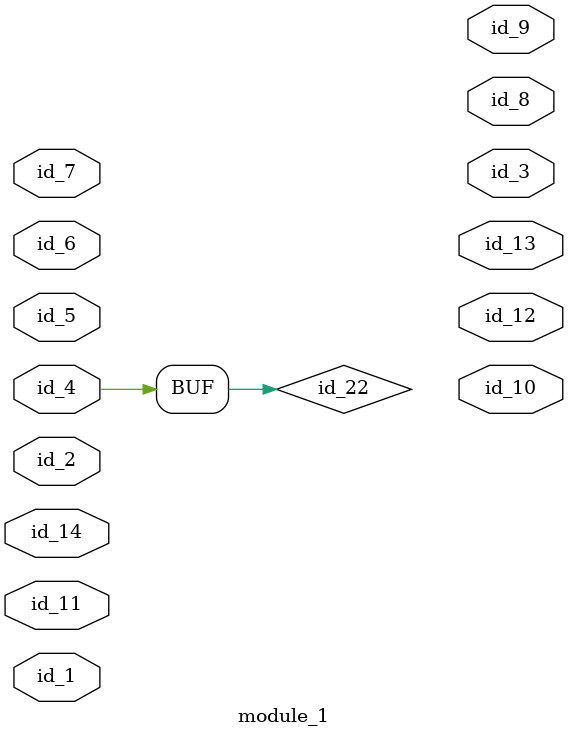
<source format=v>
module module_0 (
    id_1,
    id_2
);
  inout wire id_2;
  input wire id_1;
  wire id_3;
endmodule
module module_1 (
    id_1,
    id_2,
    id_3,
    id_4,
    id_5,
    id_6,
    id_7,
    id_8,
    id_9,
    id_10,
    id_11,
    id_12,
    id_13,
    id_14
);
  inout wire id_14;
  output wire id_13;
  output wire id_12;
  input wire id_11;
  output wire id_10;
  output wire id_9;
  output wire id_8;
  input wire id_7;
  input wire id_6;
  inout wire id_5;
  inout wire id_4;
  output wire id_3;
  inout wire id_2;
  input wire id_1;
  wire id_15, id_16, id_17, id_18, id_19, id_20, id_21, id_22 = id_4, id_23;
  wire id_24;
  wire id_25;
  wire id_26;
  module_0 modCall_1 (
      id_20,
      id_20
  );
endmodule

</source>
